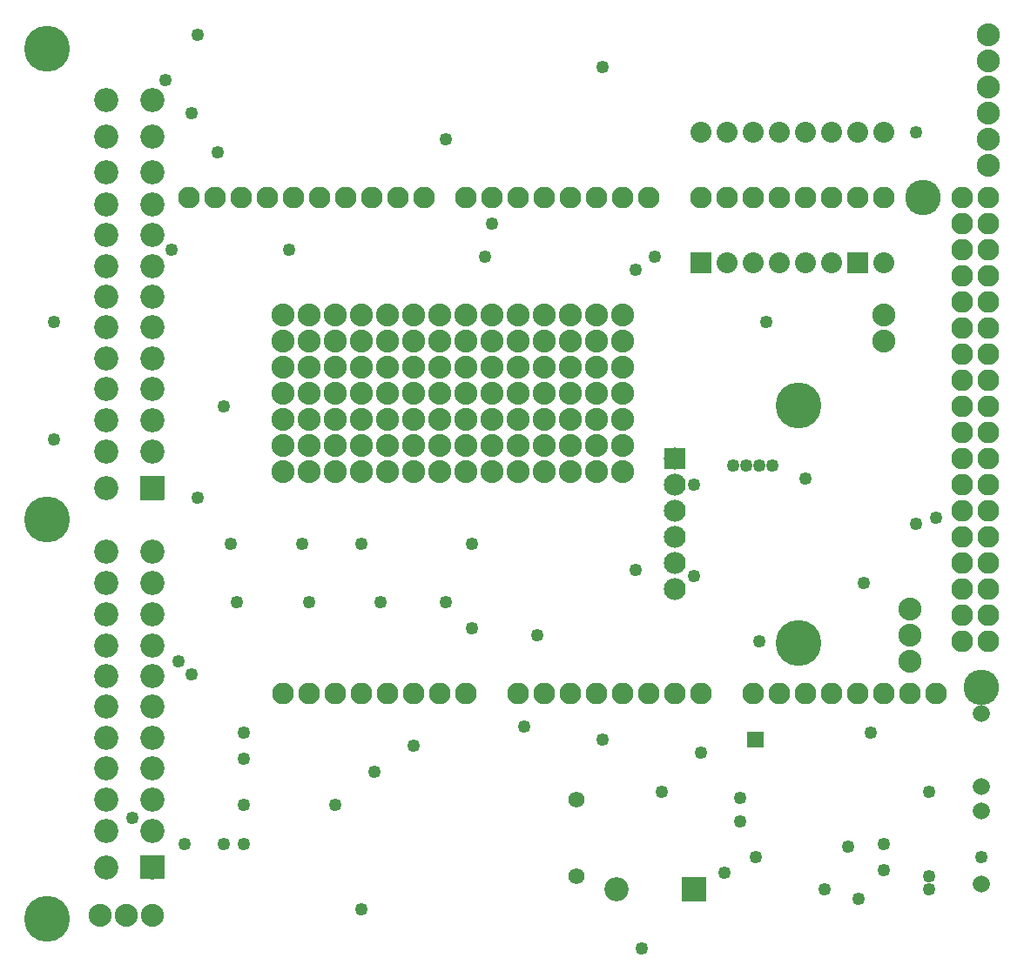
<source format=gbs>
G04 MADE WITH FRITZING*
G04 WWW.FRITZING.ORG*
G04 DOUBLE SIDED*
G04 HOLES PLATED*
G04 CONTOUR ON CENTER OF CONTOUR VECTOR*
%ASAXBY*%
%FSLAX23Y23*%
%MOIN*%
%OFA0B0*%
%SFA1.0B1.0*%
%ADD10C,0.049370*%
%ADD11C,0.082917*%
%ADD12C,0.088000*%
%ADD13C,0.065433*%
%ADD14C,0.084000*%
%ADD15C,0.175354*%
%ADD16C,0.092672*%
%ADD17C,0.080000*%
%ADD18C,0.135984*%
%ADD19C,0.092000*%
%ADD20C,0.061496*%
%ADD21R,0.035000X0.060000*%
%ADD22R,0.084000X0.084000*%
%ADD23R,0.080000X0.080000*%
%ADD24R,0.092000X0.092000*%
%ADD25R,0.001000X0.001000*%
%LNMASK0*%
G90*
G70*
G54D10*
X2541Y803D03*
X516Y703D03*
X1816Y1428D03*
X2941Y2603D03*
X2666Y1628D03*
X3766Y553D03*
X3091Y2003D03*
X2466Y203D03*
X2691Y953D03*
X1866Y2853D03*
X2841Y778D03*
X2842Y689D03*
X3256Y591D03*
X1891Y2978D03*
X841Y3253D03*
X941Y603D03*
X741Y3403D03*
X766Y3703D03*
X216Y2603D03*
X216Y2153D03*
X1816Y1753D03*
X2066Y1403D03*
X1391Y353D03*
X741Y1253D03*
X766Y1928D03*
X2816Y2053D03*
X2866Y2053D03*
X2916Y2053D03*
X2966Y2053D03*
G54D11*
X2991Y1178D03*
X1391Y1178D03*
X3091Y1178D03*
X3191Y1178D03*
X3291Y1178D03*
X3391Y1178D03*
X3691Y2578D03*
X3491Y1178D03*
X3591Y1178D03*
X1431Y3078D03*
X1991Y1178D03*
X2091Y1178D03*
X2191Y1178D03*
X2291Y1178D03*
X3691Y1778D03*
X2391Y1178D03*
X2491Y1178D03*
X2591Y1178D03*
X2691Y1178D03*
X2191Y3078D03*
X3691Y2978D03*
X3691Y2178D03*
X3691Y1378D03*
X1031Y3078D03*
X1791Y1178D03*
X1791Y3078D03*
X3691Y2778D03*
X3691Y2378D03*
X3691Y1978D03*
X3391Y3078D03*
X3691Y1578D03*
X3291Y3078D03*
X3191Y3078D03*
X3091Y3078D03*
X2991Y3078D03*
X2891Y3078D03*
X2791Y3078D03*
X2691Y3078D03*
X831Y3078D03*
X1231Y3078D03*
X1631Y3078D03*
X1191Y1178D03*
X1591Y1178D03*
X2391Y3078D03*
X1991Y3078D03*
X3691Y3078D03*
X3691Y2878D03*
X3691Y2678D03*
X3691Y2478D03*
X3691Y2278D03*
X3691Y2078D03*
X3691Y1878D03*
X3691Y1678D03*
X3691Y1478D03*
X731Y3078D03*
X931Y3078D03*
X1131Y3078D03*
X1331Y3078D03*
X1531Y3078D03*
X1091Y1178D03*
X1291Y1178D03*
X1491Y1178D03*
X1691Y1178D03*
X2491Y3078D03*
X2291Y3078D03*
X2091Y3078D03*
X1891Y3078D03*
X3791Y3078D03*
X3791Y2978D03*
X3791Y2878D03*
X3791Y2778D03*
X3791Y2678D03*
X3791Y2578D03*
X3791Y2478D03*
X3791Y2378D03*
X3791Y2278D03*
X3791Y2178D03*
X3791Y2078D03*
X3791Y1978D03*
X3791Y1878D03*
X3791Y1778D03*
X3791Y1678D03*
X3791Y1578D03*
X3791Y1478D03*
X3791Y1378D03*
X2891Y1178D03*
G54D10*
X3566Y803D03*
X2316Y1003D03*
G54D12*
X1291Y2428D03*
X2091Y2028D03*
X2091Y2428D03*
X1991Y2528D03*
X1891Y2528D03*
X1991Y2028D03*
X1891Y2028D03*
X1991Y2428D03*
X2091Y2528D03*
X2191Y2028D03*
X2391Y2528D03*
X2391Y2028D03*
X2191Y2428D03*
X2391Y2428D03*
X2291Y2528D03*
X1891Y2428D03*
X2291Y2028D03*
X2191Y2528D03*
X2291Y2428D03*
X1491Y2028D03*
X1491Y2428D03*
X1491Y2528D03*
X1391Y2528D03*
X1391Y2028D03*
X1291Y2528D03*
X1391Y2428D03*
X1291Y2028D03*
X1791Y2528D03*
X1691Y2028D03*
X1691Y2528D03*
X1791Y2028D03*
X1791Y2428D03*
X1591Y2428D03*
X1691Y2428D03*
X1591Y2528D03*
X1591Y2028D03*
X591Y328D03*
X491Y328D03*
X391Y328D03*
X1291Y2128D03*
X2091Y2128D03*
X2191Y2128D03*
X2391Y2128D03*
X1891Y2128D03*
X2291Y2128D03*
X1991Y2128D03*
X1491Y2128D03*
X1391Y2128D03*
X1591Y2128D03*
X1791Y2128D03*
X1691Y2128D03*
X1291Y2228D03*
X1991Y2228D03*
X1891Y2228D03*
X2091Y2228D03*
X2291Y2228D03*
X2191Y2228D03*
X2391Y2228D03*
X1391Y2228D03*
X1491Y2228D03*
X1791Y2228D03*
X1591Y2228D03*
X1691Y2228D03*
X1291Y2328D03*
X2091Y2328D03*
X2191Y2328D03*
X2291Y2328D03*
X2391Y2328D03*
X1991Y2328D03*
X1891Y2328D03*
X1391Y2328D03*
X1591Y2328D03*
X1491Y2328D03*
X1691Y2328D03*
X1791Y2328D03*
G54D10*
X3566Y478D03*
X3566Y428D03*
X3391Y603D03*
X2666Y1978D03*
X2441Y2803D03*
X1716Y3303D03*
X2316Y3578D03*
X3591Y1853D03*
X2441Y1653D03*
X666Y2878D03*
X1591Y978D03*
X1441Y878D03*
X1291Y753D03*
G54D13*
X3766Y1103D03*
X3766Y823D03*
G54D10*
X2016Y1053D03*
X3341Y1028D03*
G54D13*
X3766Y728D03*
X3766Y448D03*
G54D14*
X2593Y2078D03*
X2593Y1978D03*
X2593Y1878D03*
X2593Y1778D03*
X2593Y1678D03*
X2593Y1578D03*
G54D15*
X3065Y2283D03*
X3065Y1373D03*
G54D14*
X2593Y2078D03*
X2593Y1978D03*
X2593Y1878D03*
X2593Y1778D03*
X2593Y1678D03*
X2593Y1578D03*
G54D15*
X3065Y2283D03*
X3065Y1373D03*
G54D10*
X941Y1028D03*
X941Y928D03*
X866Y603D03*
X716Y603D03*
X941Y753D03*
G54D16*
X414Y514D03*
X414Y652D03*
X591Y652D03*
X414Y774D03*
X591Y774D03*
X414Y892D03*
X591Y892D03*
X414Y1010D03*
X591Y1010D03*
X414Y1128D03*
X591Y1128D03*
X414Y1246D03*
X591Y1246D03*
X414Y1364D03*
X591Y1364D03*
X414Y1482D03*
X591Y1482D03*
X414Y1601D03*
X591Y1601D03*
X414Y1722D03*
X591Y1722D03*
X414Y1966D03*
X414Y2105D03*
X591Y2105D03*
X414Y2226D03*
X591Y2226D03*
X414Y2345D03*
X591Y2345D03*
X414Y2463D03*
X591Y2463D03*
X414Y2581D03*
X591Y2581D03*
X414Y2699D03*
X591Y2699D03*
X414Y2817D03*
X591Y2817D03*
X414Y2936D03*
X591Y2936D03*
X414Y3054D03*
X591Y3054D03*
X414Y3176D03*
X591Y3176D03*
X414Y3313D03*
X591Y3313D03*
X414Y3451D03*
X591Y3451D03*
X591Y514D03*
X591Y1966D03*
G54D15*
X190Y315D03*
X190Y3650D03*
X190Y1845D03*
G54D16*
X414Y514D03*
X414Y652D03*
X591Y652D03*
X414Y774D03*
X591Y774D03*
X414Y892D03*
X591Y892D03*
X414Y1010D03*
X591Y1010D03*
X414Y1128D03*
X591Y1128D03*
X414Y1246D03*
X591Y1246D03*
X414Y1364D03*
X591Y1364D03*
X414Y1482D03*
X591Y1482D03*
X414Y1601D03*
X591Y1601D03*
X414Y1722D03*
X591Y1722D03*
X414Y1966D03*
X414Y2105D03*
X591Y2105D03*
X414Y2226D03*
X591Y2226D03*
X414Y2345D03*
X591Y2345D03*
X414Y2463D03*
X591Y2463D03*
X414Y2581D03*
X591Y2581D03*
X414Y2699D03*
X591Y2699D03*
X414Y2817D03*
X591Y2817D03*
X414Y2936D03*
X591Y2936D03*
X414Y3054D03*
X591Y3054D03*
X414Y3176D03*
X591Y3176D03*
X414Y3313D03*
X591Y3313D03*
X414Y3451D03*
X591Y3451D03*
X591Y514D03*
X591Y1966D03*
G54D15*
X190Y315D03*
X190Y3650D03*
X190Y1845D03*
G54D10*
X3316Y1603D03*
X2916Y1378D03*
X2516Y2853D03*
G54D17*
X3391Y3329D03*
X3391Y2829D03*
X3291Y3329D03*
X3291Y2829D03*
X3191Y3329D03*
X3191Y2829D03*
X3091Y3329D03*
X3091Y2829D03*
X2991Y3329D03*
X2991Y2829D03*
X2891Y3329D03*
X2891Y2829D03*
X2791Y3329D03*
X2791Y2829D03*
X2691Y3329D03*
X2691Y2829D03*
G54D10*
X3516Y1828D03*
G54D18*
X3766Y1203D03*
X3541Y3078D03*
G54D19*
X2666Y428D03*
X2368Y428D03*
G54D20*
X2216Y478D03*
X2216Y773D03*
G54D10*
X916Y1528D03*
X1191Y1528D03*
X1466Y1528D03*
X1716Y1528D03*
X691Y1303D03*
X866Y2278D03*
X1391Y1753D03*
X1166Y1753D03*
X891Y1753D03*
G54D12*
X3791Y3203D03*
X3791Y3303D03*
X3791Y3403D03*
X3791Y3503D03*
X3791Y3603D03*
X3791Y3703D03*
X3391Y2628D03*
X3391Y2528D03*
X3491Y1503D03*
X3491Y1403D03*
X3491Y1303D03*
X1091Y2628D03*
X1091Y2528D03*
X1091Y2428D03*
X1091Y2328D03*
X1091Y2228D03*
X1091Y2128D03*
X1091Y2028D03*
X1191Y2628D03*
X1191Y2528D03*
X1191Y2428D03*
X1191Y2328D03*
X1191Y2228D03*
X1191Y2128D03*
X1191Y2028D03*
X2391Y2628D03*
X1891Y2628D03*
X2091Y2628D03*
X1991Y2628D03*
X2291Y2628D03*
X2191Y2628D03*
X1491Y2628D03*
X1391Y2628D03*
X1291Y2628D03*
X1791Y2628D03*
X1691Y2628D03*
X1591Y2628D03*
G54D10*
X3516Y3328D03*
X2901Y552D03*
X3295Y394D03*
X3166Y428D03*
X3391Y503D03*
X2783Y493D03*
X641Y3528D03*
X1116Y2878D03*
G54D21*
X2916Y1003D03*
X2884Y1003D03*
G54D22*
X2593Y2078D03*
X2593Y2078D03*
G54D23*
X2691Y2829D03*
X3291Y2829D03*
G54D24*
X2667Y428D03*
G54D25*
X545Y2013D02*
X636Y2013D01*
X545Y2012D02*
X637Y2012D01*
X545Y2011D02*
X637Y2011D01*
X545Y2010D02*
X637Y2010D01*
X545Y2009D02*
X637Y2009D01*
X545Y2008D02*
X637Y2008D01*
X545Y2007D02*
X637Y2007D01*
X545Y2006D02*
X637Y2006D01*
X545Y2005D02*
X637Y2005D01*
X545Y2004D02*
X637Y2004D01*
X545Y2003D02*
X637Y2003D01*
X545Y2002D02*
X637Y2002D01*
X545Y2001D02*
X637Y2001D01*
X545Y2000D02*
X637Y2000D01*
X545Y1999D02*
X637Y1999D01*
X545Y1998D02*
X637Y1998D01*
X545Y1997D02*
X637Y1997D01*
X545Y1996D02*
X637Y1996D01*
X545Y1995D02*
X637Y1995D01*
X545Y1994D02*
X637Y1994D01*
X545Y1993D02*
X637Y1993D01*
X545Y1992D02*
X637Y1992D01*
X545Y1991D02*
X637Y1991D01*
X545Y1990D02*
X637Y1990D01*
X545Y1989D02*
X637Y1989D01*
X545Y1988D02*
X637Y1988D01*
X545Y1987D02*
X637Y1987D01*
X545Y1986D02*
X637Y1986D01*
X545Y1985D02*
X637Y1985D01*
X545Y1984D02*
X588Y1984D01*
X593Y1984D02*
X637Y1984D01*
X545Y1983D02*
X584Y1983D01*
X598Y1983D02*
X637Y1983D01*
X545Y1982D02*
X582Y1982D01*
X600Y1982D02*
X637Y1982D01*
X545Y1981D02*
X580Y1981D01*
X601Y1981D02*
X637Y1981D01*
X545Y1980D02*
X579Y1980D01*
X602Y1980D02*
X637Y1980D01*
X545Y1979D02*
X578Y1979D01*
X603Y1979D02*
X637Y1979D01*
X545Y1978D02*
X577Y1978D01*
X604Y1978D02*
X637Y1978D01*
X545Y1977D02*
X576Y1977D01*
X605Y1977D02*
X637Y1977D01*
X545Y1976D02*
X576Y1976D01*
X606Y1976D02*
X637Y1976D01*
X545Y1975D02*
X575Y1975D01*
X606Y1975D02*
X637Y1975D01*
X545Y1974D02*
X574Y1974D01*
X607Y1974D02*
X637Y1974D01*
X545Y1973D02*
X574Y1973D01*
X607Y1973D02*
X637Y1973D01*
X545Y1972D02*
X574Y1972D01*
X608Y1972D02*
X637Y1972D01*
X545Y1971D02*
X573Y1971D01*
X608Y1971D02*
X637Y1971D01*
X545Y1970D02*
X573Y1970D01*
X608Y1970D02*
X637Y1970D01*
X545Y1969D02*
X573Y1969D01*
X608Y1969D02*
X637Y1969D01*
X545Y1968D02*
X573Y1968D01*
X608Y1968D02*
X637Y1968D01*
X545Y1967D02*
X573Y1967D01*
X608Y1967D02*
X637Y1967D01*
X545Y1966D02*
X573Y1966D01*
X608Y1966D02*
X637Y1966D01*
X545Y1965D02*
X573Y1965D01*
X608Y1965D02*
X637Y1965D01*
X545Y1964D02*
X573Y1964D01*
X608Y1964D02*
X637Y1964D01*
X545Y1963D02*
X573Y1963D01*
X608Y1963D02*
X637Y1963D01*
X545Y1962D02*
X574Y1962D01*
X608Y1962D02*
X637Y1962D01*
X545Y1961D02*
X574Y1961D01*
X607Y1961D02*
X637Y1961D01*
X545Y1960D02*
X574Y1960D01*
X607Y1960D02*
X637Y1960D01*
X545Y1959D02*
X575Y1959D01*
X606Y1959D02*
X637Y1959D01*
X545Y1958D02*
X575Y1958D01*
X606Y1958D02*
X637Y1958D01*
X545Y1957D02*
X576Y1957D01*
X605Y1957D02*
X637Y1957D01*
X545Y1956D02*
X577Y1956D01*
X604Y1956D02*
X637Y1956D01*
X545Y1955D02*
X578Y1955D01*
X603Y1955D02*
X637Y1955D01*
X545Y1954D02*
X579Y1954D01*
X602Y1954D02*
X637Y1954D01*
X545Y1953D02*
X580Y1953D01*
X601Y1953D02*
X637Y1953D01*
X545Y1952D02*
X582Y1952D01*
X600Y1952D02*
X637Y1952D01*
X545Y1951D02*
X584Y1951D01*
X598Y1951D02*
X637Y1951D01*
X545Y1950D02*
X588Y1950D01*
X594Y1950D02*
X637Y1950D01*
X545Y1949D02*
X637Y1949D01*
X545Y1948D02*
X637Y1948D01*
X545Y1947D02*
X637Y1947D01*
X545Y1946D02*
X637Y1946D01*
X545Y1945D02*
X637Y1945D01*
X545Y1944D02*
X637Y1944D01*
X545Y1943D02*
X637Y1943D01*
X545Y1942D02*
X637Y1942D01*
X545Y1941D02*
X637Y1941D01*
X545Y1940D02*
X637Y1940D01*
X545Y1939D02*
X637Y1939D01*
X545Y1938D02*
X637Y1938D01*
X545Y1937D02*
X637Y1937D01*
X545Y1936D02*
X637Y1936D01*
X545Y1935D02*
X637Y1935D01*
X545Y1934D02*
X637Y1934D01*
X545Y1933D02*
X637Y1933D01*
X545Y1932D02*
X637Y1932D01*
X545Y1931D02*
X637Y1931D01*
X545Y1930D02*
X637Y1930D01*
X545Y1929D02*
X637Y1929D01*
X545Y1928D02*
X637Y1928D01*
X545Y1927D02*
X637Y1927D01*
X545Y1926D02*
X637Y1926D01*
X545Y1925D02*
X637Y1925D01*
X545Y1924D02*
X637Y1924D01*
X545Y1923D02*
X637Y1923D01*
X545Y1922D02*
X637Y1922D01*
X545Y1921D02*
X636Y1921D01*
X545Y560D02*
X637Y560D01*
X545Y559D02*
X637Y559D01*
X545Y558D02*
X637Y558D01*
X545Y557D02*
X637Y557D01*
X545Y556D02*
X637Y556D01*
X545Y555D02*
X637Y555D01*
X545Y554D02*
X637Y554D01*
X545Y553D02*
X637Y553D01*
X545Y552D02*
X637Y552D01*
X545Y551D02*
X637Y551D01*
X545Y550D02*
X637Y550D01*
X545Y549D02*
X637Y549D01*
X545Y548D02*
X637Y548D01*
X545Y547D02*
X637Y547D01*
X545Y546D02*
X637Y546D01*
X545Y545D02*
X637Y545D01*
X545Y544D02*
X637Y544D01*
X545Y543D02*
X637Y543D01*
X545Y542D02*
X637Y542D01*
X545Y541D02*
X637Y541D01*
X545Y540D02*
X637Y540D01*
X545Y539D02*
X637Y539D01*
X545Y538D02*
X637Y538D01*
X545Y537D02*
X637Y537D01*
X545Y536D02*
X637Y536D01*
X545Y535D02*
X637Y535D01*
X545Y534D02*
X637Y534D01*
X545Y533D02*
X637Y533D01*
X545Y532D02*
X637Y532D01*
X545Y531D02*
X586Y531D01*
X596Y531D02*
X637Y531D01*
X545Y530D02*
X583Y530D01*
X599Y530D02*
X637Y530D01*
X545Y529D02*
X581Y529D01*
X600Y529D02*
X637Y529D01*
X545Y528D02*
X580Y528D01*
X602Y528D02*
X637Y528D01*
X545Y527D02*
X578Y527D01*
X603Y527D02*
X637Y527D01*
X545Y526D02*
X578Y526D01*
X604Y526D02*
X637Y526D01*
X545Y525D02*
X577Y525D01*
X605Y525D02*
X637Y525D01*
X545Y524D02*
X576Y524D01*
X606Y524D02*
X637Y524D01*
X545Y523D02*
X575Y523D01*
X606Y523D02*
X637Y523D01*
X545Y522D02*
X575Y522D01*
X607Y522D02*
X637Y522D01*
X545Y521D02*
X574Y521D01*
X607Y521D02*
X637Y521D01*
X545Y520D02*
X574Y520D01*
X607Y520D02*
X637Y520D01*
X545Y519D02*
X574Y519D01*
X608Y519D02*
X637Y519D01*
X545Y518D02*
X573Y518D01*
X608Y518D02*
X637Y518D01*
X545Y517D02*
X573Y517D01*
X608Y517D02*
X637Y517D01*
X545Y516D02*
X573Y516D01*
X608Y516D02*
X637Y516D01*
X545Y515D02*
X573Y515D01*
X608Y515D02*
X637Y515D01*
X545Y514D02*
X573Y514D01*
X608Y514D02*
X637Y514D01*
X545Y513D02*
X573Y513D01*
X608Y513D02*
X637Y513D01*
X545Y512D02*
X573Y512D01*
X608Y512D02*
X637Y512D01*
X545Y511D02*
X573Y511D01*
X608Y511D02*
X637Y511D01*
X545Y510D02*
X573Y510D01*
X608Y510D02*
X637Y510D01*
X545Y509D02*
X574Y509D01*
X608Y509D02*
X637Y509D01*
X545Y508D02*
X574Y508D01*
X607Y508D02*
X637Y508D01*
X545Y507D02*
X575Y507D01*
X607Y507D02*
X637Y507D01*
X545Y506D02*
X575Y506D01*
X606Y506D02*
X637Y506D01*
X545Y505D02*
X576Y505D01*
X606Y505D02*
X637Y505D01*
X545Y504D02*
X576Y504D01*
X605Y504D02*
X637Y504D01*
X545Y503D02*
X577Y503D01*
X604Y503D02*
X637Y503D01*
X545Y502D02*
X578Y502D01*
X603Y502D02*
X637Y502D01*
X545Y501D02*
X579Y501D01*
X602Y501D02*
X637Y501D01*
X545Y500D02*
X581Y500D01*
X600Y500D02*
X637Y500D01*
X545Y499D02*
X583Y499D01*
X599Y499D02*
X637Y499D01*
X545Y498D02*
X585Y498D01*
X596Y498D02*
X637Y498D01*
X545Y497D02*
X637Y497D01*
X545Y496D02*
X637Y496D01*
X545Y495D02*
X637Y495D01*
X545Y494D02*
X637Y494D01*
X545Y493D02*
X637Y493D01*
X545Y492D02*
X637Y492D01*
X545Y491D02*
X637Y491D01*
X545Y490D02*
X637Y490D01*
X545Y489D02*
X637Y489D01*
X545Y488D02*
X637Y488D01*
X545Y487D02*
X637Y487D01*
X545Y486D02*
X637Y486D01*
X545Y485D02*
X637Y485D01*
X545Y484D02*
X637Y484D01*
X545Y483D02*
X637Y483D01*
X545Y482D02*
X637Y482D01*
X545Y481D02*
X637Y481D01*
X545Y480D02*
X637Y480D01*
X545Y479D02*
X637Y479D01*
X545Y478D02*
X637Y478D01*
X545Y477D02*
X637Y477D01*
X545Y476D02*
X637Y476D01*
X545Y475D02*
X637Y475D01*
X545Y474D02*
X637Y474D01*
X545Y473D02*
X637Y473D01*
X545Y472D02*
X637Y472D01*
X545Y471D02*
X637Y471D01*
X545Y470D02*
X637Y470D01*
X545Y469D02*
X637Y469D01*
D02*
G04 End of Mask0*
M02*
</source>
